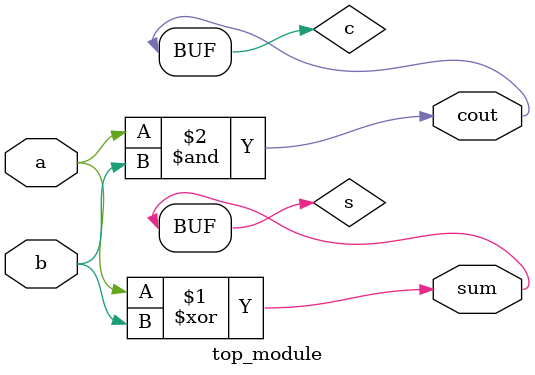
<source format=sv>
module top_module (
	input a,
	input b,
	output sum,
	output cout
);

	// Declare internal wires
	wire s, c;

	// Generate sum and carry-out using XOR and AND gates
	assign s = a ^ b;
	assign c = a & b;

	// Assign internal wires to output ports
	assign sum = s;
	assign cout = c;

endmodule

</source>
